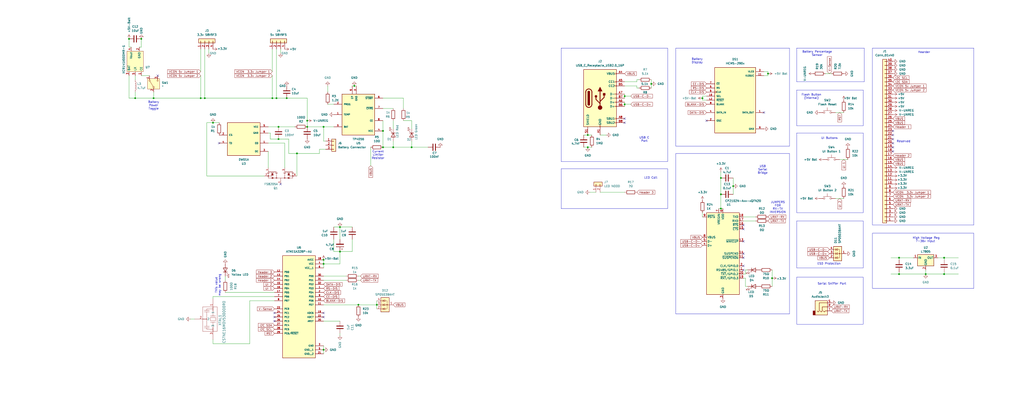
<source format=kicad_sch>
(kicad_sch (version 20231120) (generator "eeschema") (generator_version "8.0")
  (paper "User" 635 254)
  (junction (at 476.25 45.72))
  (junction (at 190.5 74.93))
  (junction (at 585.47 170.18))
  (junction (at 190.5 78.74))
  (junction (at 87.63 24.13))
  (junction (at 478.79 172.72))
  (junction (at 200.66 161.29))
  (junction (at 124.46 60.96))
  (junction (at 172.72 78.74))
  (junction (at 387.35 59.69))
  (junction (at 222.25 189.23))
  (junction (at 447.04 110.49))
  (junction (at 83.82 60.96))
  (junction (at 210.82 156.21))
  (junction (at 95.25 60.96))
  (junction (at 557.53 160.02))
  (junction (at 200.66 163.83))
  (junction (at 237.49 81.28))
  (junction (at 132.08 76.2))
  (junction (at 585.47 160.02))
  (junction (at 200.66 78.74))
  (junction (at 447.04 129.54))
  (junction (at 200.66 217.17))
  (junction (at 172.72 86.36))
  (junction (at 447.04 120.65))
  (junction (at 184.15 95.25))
  (junction (at 177.8 60.96))
  (junction (at 454.66 115.57))
  (junction (at 387.35 64.77))
  (junction (at 435.61 60.96))
  (junction (at 557.53 170.18))
  (junction (at 237.49 91.44))
  (junction (at 243.84 91.44))
  (junction (at 403.86 52.07))
  (junction (at 574.04 170.18))
  (junction (at 255.27 91.44))
  (junction (at 127 60.96))
  (junction (at 364.49 91.44))
  (junction (at 233.68 189.23))
  (junction (at 219.71 53.34))
  (junction (at 364.49 83.82))
  (junction (at 168.91 60.96))
  (junction (at 80.01 24.13))
  (junction (at 171.45 60.96))
  (junction (at 210.82 140.97))
  (no_connect (at 461.01 142.24))
  (no_connect (at 135.89 88.9))
  (no_connect (at 438.15 74.93))
  (no_connect (at 170.18 199.39))
  (no_connect (at 170.18 194.31))
  (no_connect (at 461.01 165.1))
  (no_connect (at 461.01 167.64))
  (no_connect (at 553.72 88.9))
  (no_connect (at 200.66 196.85))
  (no_connect (at 553.72 86.36))
  (no_connect (at 170.18 196.85))
  (no_connect (at 200.66 194.31))
  (no_connect (at 461.01 160.02))
  (no_connect (at 473.71 69.85))
  (no_connect (at 173.99 114.3))
  (no_connect (at 387.35 76.2))
  (no_connect (at 553.72 81.28))
  (no_connect (at 387.35 73.66))
  (no_connect (at 97.79 46.99))
  (no_connect (at 461.01 149.86))
  (no_connect (at 553.72 83.82))
  (no_connect (at 461.01 157.48))
  (no_connect (at 461.01 139.7))
  (no_connect (at 553.72 93.98))
  (no_connect (at 553.72 91.44))
  (wire (pts (xy 129.54 33.02) (xy 129.54 30.48)))
  (wire (pts (xy 132.08 184.15) (xy 170.18 184.15)))
  (wire (pts (xy 468.63 134.62) (xy 461.01 134.62)))
  (wire (pts (xy 203.2 64.77) (xy 207.01 64.77)))
  (wire (pts (xy 447.04 110.49) (xy 447.04 120.65)))
  (wire (pts (xy 172.72 78.74) (xy 182.88 78.74)))
  (wire (pts (xy 229.87 91.44) (xy 229.87 102.87)))
  (wire (pts (xy 447.04 129.54) (xy 448.31 129.54)))
  (wire (pts (xy 365.76 119.38) (xy 369.57 119.38)))
  (wire (pts (xy 128.27 76.2) (xy 128.27 109.22)))
  (wire (pts (xy 177.8 60.96) (xy 190.5 60.96)))
  (wire (pts (xy 394.97 50.8) (xy 387.35 50.8)))
  (wire (pts (xy 462.28 177.8) (xy 463.55 177.8)))
  (wire (pts (xy 447.04 106.68) (xy 447.04 110.49)))
  (wire (pts (xy 219.71 53.34) (xy 220.98 53.34)))
  (wire (pts (xy 210.82 140.97) (xy 207.01 140.97)))
  (wire (pts (xy 154.94 213.36) (xy 154.94 186.69)))
  (wire (pts (xy 361.95 91.44) (xy 364.49 91.44)))
  (wire (pts (xy 387.35 63.5) (xy 387.35 64.77)))
  (wire (pts (xy 171.45 30.48) (xy 171.45 60.96)))
  (wire (pts (xy 200.66 87.63) (xy 200.66 78.74)))
  (wire (pts (xy 200.66 78.74) (xy 207.01 78.74)))
  (wire (pts (xy 127 30.48) (xy 127 60.96)))
  (wire (pts (xy 473.71 46.99) (xy 476.25 46.99)))
  (wire (pts (xy 200.66 214.63) (xy 200.66 217.17)))
  (wire (pts (xy 83.82 57.15) (xy 83.82 60.96)))
  (wire (pts (xy 214.63 171.45) (xy 200.66 171.45)))
  (wire (pts (xy 124.46 46.99) (xy 124.46 60.96)))
  (wire (pts (xy 128.27 109.22) (xy 163.83 109.22)))
  (wire (pts (xy 435.61 59.69) (xy 438.15 59.69)))
  (wire (pts (xy 135.89 76.2) (xy 132.08 76.2)))
  (wire (pts (xy 478.79 167.64) (xy 478.79 172.72)))
  (wire (pts (xy 557.53 160.02) (xy 566.42 160.02)))
  (wire (pts (xy 203.2 53.34) (xy 203.2 57.15)))
  (wire (pts (xy 375.92 83.82) (xy 372.11 83.82)))
  (wire (pts (xy 394.97 53.34) (xy 387.35 53.34)))
  (wire (pts (xy 219.71 53.34) (xy 218.44 53.34)))
  (wire (pts (xy 167.64 82.55) (xy 167.64 86.36)))
  (wire (pts (xy 447.04 129.54) (xy 445.77 129.54)))
  (wire (pts (xy 476.25 44.45) (xy 476.25 45.72)))
  (wire (pts (xy 394.97 49.53) (xy 394.97 50.8)))
  (wire (pts (xy 557.53 161.29) (xy 557.53 160.02)))
  (wire (pts (xy 86.36 29.21) (xy 87.63 29.21)))
  (wire (pts (xy 132.08 213.36) (xy 154.94 213.36)))
  (wire (pts (xy 95.25 57.15) (xy 95.25 60.96)))
  (wire (pts (xy 190.5 78.74) (xy 200.66 78.74)))
  (wire (pts (xy 473.71 44.45) (xy 476.25 44.45)))
  (wire (pts (xy 387.35 64.77) (xy 387.35 66.04)))
  (wire (pts (xy 214.63 173.99) (xy 200.66 173.99)))
  (wire (pts (xy 124.46 30.48) (xy 124.46 44.45)))
  (wire (pts (xy 210.82 156.21) (xy 210.82 163.83)))
  (wire (pts (xy 255.27 74.93) (xy 250.19 74.93)))
  (wire (pts (xy 132.08 76.2) (xy 128.27 76.2)))
  (wire (pts (xy 172.72 78.74) (xy 166.37 78.74)))
  (wire (pts (xy 223.52 173.99) (xy 222.25 173.99)))
  (wire (pts (xy 435.61 62.23) (xy 438.15 62.23)))
  (wire (pts (xy 154.94 186.69) (xy 170.18 186.69)))
  (wire (pts (xy 223.52 171.45) (xy 222.25 171.45)))
  (wire (pts (xy 200.66 163.83) (xy 200.66 166.37)))
  (wire (pts (xy 166.37 88.9) (xy 176.53 88.9)))
  (wire (pts (xy 210.82 163.83) (xy 200.66 163.83)))
  (wire (pts (xy 435.61 59.69) (xy 435.61 60.96)))
  (wire (pts (xy 394.97 54.61) (xy 394.97 53.34)))
  (wire (pts (xy 396.24 49.53) (xy 394.97 49.53)))
  (wire (pts (xy 250.19 67.31) (xy 250.19 60.96)))
  (wire (pts (xy 233.68 186.69) (xy 233.68 189.23)))
  (wire (pts (xy 80.01 46.99) (xy 80.01 60.96)))
  (wire (pts (xy 80.01 24.13) (xy 80.01 29.21)))
  (wire (pts (xy 454.66 115.57) (xy 454.66 120.65)))
  (wire (pts (xy 139.7 171.45) (xy 139.7 173.99)))
  (wire (pts (xy 139.7 181.61) (xy 170.18 181.61)))
  (wire (pts (xy 255.27 74.93) (xy 255.27 80.01)))
  (wire (pts (xy 364.49 91.44) (xy 367.03 91.44)))
  (wire (pts (xy 124.46 60.96) (xy 127 60.96)))
  (wire (pts (xy 200.66 217.17) (xy 200.66 219.71)))
  (wire (pts (xy 210.82 207.01) (xy 210.82 208.28)))
  (wire (pts (xy 403.86 52.07) (xy 403.86 54.61)))
  (wire (pts (xy 233.68 189.23) (xy 233.68 191.77)))
  (wire (pts (xy 201.93 92.71) (xy 198.12 92.71)))
  (wire (pts (xy 81.28 29.21) (xy 80.01 29.21)))
  (wire (pts (xy 581.66 160.02) (xy 585.47 160.02)))
  (wire (pts (xy 387.35 64.77) (xy 391.16 64.77)))
  (wire (pts (xy 207.01 156.21) (xy 210.82 156.21)))
  (wire (pts (xy 518.16 69.85) (xy 523.24 69.85)))
  (wire (pts (xy 574.04 170.18) (xy 585.47 170.18)))
  (wire (pts (xy 468.63 137.16) (xy 461.01 137.16)))
  (wire (pts (xy 207.01 148.59) (xy 207.01 156.21)))
  (wire (pts (xy 218.44 148.59) (xy 218.44 156.21)))
  (wire (pts (xy 520.7 99.06) (xy 525.78 99.06)))
  (wire (pts (xy 372.11 119.38) (xy 387.35 119.38)))
  (wire (pts (xy 461.01 170.18) (xy 462.28 170.18)))
  (wire (pts (xy 396.24 54.61) (xy 394.97 54.61)))
  (wire (pts (xy 176.53 88.9) (xy 176.53 104.14)))
  (wire (pts (xy 243.84 91.44) (xy 255.27 91.44)))
  (wire (pts (xy 179.07 95.25) (xy 179.07 86.36)))
  (wire (pts (xy 447.04 120.65) (xy 447.04 129.54)))
  (wire (pts (xy 435.61 60.96) (xy 435.61 62.23)))
  (wire (pts (xy 462.28 177.8) (xy 462.28 172.72)))
  (wire (pts (xy 435.61 132.08) (xy 435.61 134.62)))
  (wire (pts (xy 198.12 95.25) (xy 184.15 95.25)))
  (wire (pts (xy 218.44 140.97) (xy 210.82 140.97)))
  (wire (pts (xy 255.27 87.63) (xy 255.27 91.44)))
  (wire (pts (xy 364.49 83.82) (xy 367.03 83.82)))
  (wire (pts (xy 87.63 24.13) (xy 87.63 29.21)))
  (wire (pts (xy 387.35 59.69) (xy 391.16 59.69)))
  (wire (pts (xy 184.15 109.22) (xy 184.15 95.25)))
  (wire (pts (xy 127 60.96) (xy 168.91 60.96)))
  (wire (pts (xy 184.15 95.25) (xy 179.07 95.25)))
  (wire (pts (xy 255.27 91.44) (xy 265.43 91.44)))
  (wire (pts (xy 361.95 83.82) (xy 364.49 83.82)))
  (wire (pts (xy 585.47 160.02) (xy 594.36 160.02)))
  (wire (pts (xy 198.12 92.71) (xy 198.12 95.25)))
  (wire (pts (xy 132.08 210.82) (xy 132.08 213.36)))
  (wire (pts (xy 168.91 60.96) (xy 171.45 60.96)))
  (wire (pts (xy 222.25 189.23) (xy 233.68 189.23)))
  (wire (pts (xy 132.08 184.15) (xy 132.08 185.42)))
  (wire (pts (xy 171.45 60.96) (xy 177.8 60.96)))
  (wire (pts (xy 200.66 161.29) (xy 200.66 163.83)))
  (wire (pts (xy 83.82 60.96) (xy 95.25 60.96)))
  (wire (pts (xy 557.53 170.18) (xy 574.04 170.18)))
  (wire (pts (xy 218.44 156.21) (xy 210.82 156.21)))
  (wire (pts (xy 518.16 123.19) (xy 523.24 123.19)))
  (wire (pts (xy 585.47 168.91) (xy 585.47 170.18)))
  (wire (pts (xy 210.82 199.39) (xy 200.66 199.39)))
  (wire (pts (xy 585.47 161.29) (xy 585.47 160.02)))
  (wire (pts (xy 243.84 91.44) (xy 243.84 87.63)))
  (wire (pts (xy 172.72 86.36) (xy 179.07 86.36)))
  (wire (pts (xy 511.81 45.72) (xy 515.62 45.72)))
  (wire (pts (xy 210.82 148.59) (xy 210.82 140.97)))
  (wire (pts (xy 403.86 49.53) (xy 403.86 52.07)))
  (wire (pts (xy 83.82 46.99) (xy 83.82 49.53)))
  (wire (pts (xy 462.28 172.72) (xy 461.01 172.72)))
  (wire (pts (xy 166.37 104.14) (xy 166.37 93.98)))
  (wire (pts (xy 237.49 81.28) (xy 237.49 74.93)))
  (wire (pts (xy 476.25 45.72) (xy 476.25 46.99)))
  (wire (pts (xy 173.99 33.02) (xy 173.99 30.48)))
  (wire (pts (xy 120.65 198.12) (xy 118.11 198.12)))
  (wire (pts (xy 166.37 82.55) (xy 167.64 82.55)))
  (wire (pts (xy 243.84 91.44) (xy 237.49 91.44)))
  (wire (pts (xy 478.79 172.72) (xy 478.79 177.8)))
  (wire (pts (xy 172.72 86.36) (xy 167.64 86.36)))
  (wire (pts (xy 95.25 60.96) (xy 124.46 60.96)))
  (wire (pts (xy 190.5 60.96) (xy 190.5 74.93)))
  (wire (pts (xy 552.45 160.02) (xy 557.53 160.02)))
  (wire (pts (xy 585.47 170.18) (xy 594.36 170.18)))
  (wire (pts (xy 87.63 46.99) (xy 92.71 46.99)))
  (wire (pts (xy 387.35 59.69) (xy 387.35 60.96)))
  (wire (pts (xy 462.28 170.18) (xy 462.28 167.64)))
  (wire (pts (xy 462.28 167.64) (xy 463.55 167.64)))
  (wire (pts (xy 190.5 74.93) (xy 190.5 78.74)))
  (wire (pts (xy 243.84 80.01) (xy 243.84 74.93)))
  (wire (pts (xy 552.45 170.18) (xy 557.53 170.18)))
  (wire (pts (xy 237.49 91.44) (xy 237.49 81.28)))
  (wire (pts (xy 168.91 46.99) (xy 168.91 60.96)))
  (wire (pts (xy 454.66 110.49) (xy 454.66 115.57)))
  (wire (pts (xy 200.66 189.23) (xy 222.25 189.23)))
  (wire (pts (xy 387.35 58.42) (xy 387.35 59.69)))
  (wire (pts (xy 574.04 167.64) (xy 574.04 170.18)))
  (wire (pts (xy 168.91 30.48) (xy 168.91 44.45)))
  (wire (pts (xy 200.66 87.63) (xy 201.93 87.63)))
  (wire (pts (xy 80.01 60.96) (xy 83.82 60.96)))
  (wire (pts (xy 250.19 60.96) (xy 237.49 60.96)))
  (wire (pts (xy 243.84 67.31) (xy 237.49 67.31)))
  (wire (pts (xy 557.53 168.91) (xy 557.53 170.18)))
  (rectangle (start 347.98 29.845) (end 414.02 100.33))
  (rectangle (start 494.03 29.845) (end 535.94 50.8))
  (rectangle (start 494.03 82.55) (end 535.305 132.08))
  (rectangle (start 494.03 172.085) (end 535.305 201.295))
  (rectangle (start 419.1 95.25) (end 489.585 194.945))
  (rectangle (start 494.03 55.88) (end 535.305 78.105))
  (rectangle (start 419.1 29.845) (end 489.585 90.805))
  (rectangle (start 541.02 144.78) (end 603.885 179.07))
  (rectangle (start 541.02 29.845) (end 603.885 139.7))
  (rectangle (start 494.03 137.16) (end 535.305 166.37))
  (rectangle (start 347.98 104.775) (end 414.02 129.54))
  (text "Flash Button\n(internal)" (at 503.174 59.944 0) (effects (font (size 1.27 1.27))))
  (text "Reserved\n" (at 560.324 87.884 0) (effects (font (size 1.27 1.27))))
  (text "This value\nmay be wrong\n" (at 135.128 177.038 90) (effects (font (size 1.27 1.27))))
  (text "Serial Sniffer Port" (at 515.874 176.276 0) (effects (font (size 1.27 1.27))))
  (text "Battery\nDisplay" (at 432.308 37.846 0) (effects (font (size 1.27 1.27))))
  (text "High Voltage Reg\n7-36v Input " (at 574.294 148.844 0) (effects (font (size 1.27 1.27))))
  (text "UI Buttons" (at 514.35 85.852 0) (effects (font (size 1.27 1.27))))
  (text "ESD Protection" (at 514.096 163.83 0) (effects (font (size 1.27 1.27))))
  (text "Current\nLimiter\nResistor" (at 234.442 96.266 0) (effects (font (size 1.27 1.27))))
  (text "LED Coil" (at 403.606 110.49 0) (effects (font (size 1.27 1.27))))
  (text "Battery\nPower\nToggle" (at 95.25 65.532 0) (effects (font (size 1.27 1.27))))
  (text "USB\nSerial\nBridge" (at 472.948 105.41 0) (effects (font (size 1.27 1.27))))
  (text "USB C\nPort" (at 399.542 86.614 0) (effects (font (size 1.27 1.27))))
  (text "Battery Percentage\nSensor" (at 506.73 33.274 0) (effects (font (size 1.27 1.27))))
  (text "Hearder\n" (at 573.024 32.512 0) (effects (font (size 1.27 1.27))))
  (text "JUMPERS\nFOR\nRX-TX\nINVERSION" (at 482.346 128.778 0) (effects (font (size 1.27 1.27))))
  (global_label "CLK-DIS" (shape input) (at 438.15 57.15 180) (property "Intersheetrefs" "${INTERSHEET_REFS}" (effects (hide yes))))
  (global_label "URAT-TX" (shape input) (at 553.72 127 0) (property "Intersheetrefs" "${INTERSHEET_REFS}" (effects (hide yes))))
  (global_label "UI 1" (shape input) (at 170.18 179.07 180) (property "Intersheetrefs" "${INTERSHEET_REFS}" (effects (hide yes))))
  (global_label "Header 3" (shape input) (at 394.97 119.38 0) (property "Intersheetrefs" "${INTERSHEET_REFS}" (effects (hide yes))))
  (global_label "VBUS" (shape input) (at 435.61 147.32 180) (property "Intersheetrefs" "${INTERSHEET_REFS}" (effects (hide yes))))
  (global_label "URAT-RX" (shape input) (at 515.62 190.5 0) (property "Intersheetrefs" "${INTERSHEET_REFS}" (effects (hide yes))))
  (global_label "Header 2" (shape input) (at 553.72 96.52 0) (property "Intersheetrefs" "${INTERSHEET_REFS}" (effects (hide yes))))
  (global_label "USB-C-D-" (shape input) (at 514.35 154.94 180) (property "Intersheetrefs" "${INTERSHEET_REFS}" (effects (hide yes))))
  (global_label "VCON 5v Jumper 2" (shape input) (at 553.72 55.88 0) (property "Intersheetrefs" "${INTERSHEET_REFS}" (effects (hide yes))))
  (global_label "USB-C-D-" (shape input) (at 435.61 149.86 180) (property "Intersheetrefs" "${INTERSHEET_REFS}" (effects (hide yes))))
  (global_label "URAT-RX" (shape input) (at 553.72 124.46 0) (property "Intersheetrefs" "${INTERSHEET_REFS}" (effects (hide yes))))
  (global_label "RS-DIS" (shape input) (at 438.15 54.61 180) (property "Intersheetrefs" "${INTERSHEET_REFS}" (effects (hide yes))))
  (global_label "BLANK-DIS" (shape input) (at 438.15 64.77 180) (property "Intersheetrefs" "${INTERSHEET_REFS}" (effects (hide yes))))
  (global_label "RST" (shape input) (at 520.7 69.85 270) (property "Intersheetrefs" "${INTERSHEET_REFS}" (effects (hide yes))))
  (global_label "V-Sense" (shape input) (at 170.18 191.77 180) (property "Intersheetrefs" "${INTERSHEET_REFS}" (effects (hide yes))))
  (global_label "I2C SDA" (shape input) (at 553.72 50.8 0) (property "Intersheetrefs" "${INTERSHEET_REFS}" (effects (hide yes))))
  (global_label "URAT-RX" (shape input) (at 223.52 171.45 0) (property "Intersheetrefs" "${INTERSHEET_REFS}" (effects (hide yes))))
  (global_label "VBUS" (shape input) (at 553.72 76.2 0) (property "Intersheetrefs" "${INTERSHEET_REFS}" (effects (hide yes))))
  (global_label "CE-DIS" (shape input) (at 438.15 52.07 180) (property "Intersheetrefs" "${INTERSHEET_REFS}" (effects (hide yes))))
  (global_label "USB-C-D+" (shape input) (at 514.35 157.48 180) (property "Intersheetrefs" "${INTERSHEET_REFS}" (effects (hide yes))))
  (global_label "USB-C-D+" (shape input) (at 435.61 152.4 180) (property "Intersheetrefs" "${INTERSHEET_REFS}" (effects (hide yes))))
  (global_label "I2C SCL" (shape input) (at 553.72 48.26 0) (property "Intersheetrefs" "${INTERSHEET_REFS}" (effects (hide yes))))
  (global_label "VCON  3.3v Jumper 1" (shape input) (at 168.91 44.45 180) (property "Intersheetrefs" "${INTERSHEET_REFS}" (effects (hide yes))))
  (global_label "VBUS" (shape input) (at 387.35 45.72 0) (property "Intersheetrefs" "${INTERSHEET_REFS}" (effects (hide yes))))
  (global_label "Header 1" (shape input) (at 553.72 78.74 0) (property "Intersheetrefs" "${INTERSHEET_REFS}" (effects (hide yes))))
  (global_label "VCON  3.3v Jumper 1" (shape input) (at 553.72 119.38 0) (property "Intersheetrefs" "${INTERSHEET_REFS}" (effects (hide yes))))
  (global_label "RST" (shape input) (at 170.18 207.01 180) (property "Intersheetrefs" "${INTERSHEET_REFS}" (effects (hide yes))))
  (global_label "VCON  3.3v Jumper 2" (shape input) (at 553.72 121.92 0) (property "Intersheetrefs" "${INTERSHEET_REFS}" (effects (hide yes))))
  (global_label "VBUS" (shape input) (at 553.72 99.06 0) (property "Intersheetrefs" "${INTERSHEET_REFS}" (effects (hide yes))))
  (global_label "I2C SDA" (shape input) (at 170.18 201.93 180) (property "Intersheetrefs" "${INTERSHEET_REFS}" (effects (hide yes))))
  (global_label "CLK-DIS" (shape input) (at 200.66 181.61 0) (property "Intersheetrefs" "${INTERSHEET_REFS}" (effects (hide yes))))
  (global_label "RS-DIS" (shape input) (at 200.66 179.07 0) (property "Intersheetrefs" "${INTERSHEET_REFS}" (effects (hide yes))))
  (global_label "UI 1" (shape input) (at 523.24 99.06 270) (property "Intersheetrefs" "${INTERSHEET_REFS}" (effects (hide yes))))
  (global_label "USB-C-D+" (shape input) (at 391.16 64.77 0) (property "Intersheetrefs" "${INTERSHEET_REFS}" (effects (hide yes))))
  (global_label "DATA-DIS" (shape input) (at 438.15 69.85 180) (property "Intersheetrefs" "${INTERSHEET_REFS}" (effects (hide yes))))
  (global_label "CE-DIS" (shape input) (at 200.66 184.15 0) (property "Intersheetrefs" "${INTERSHEET_REFS}" (effects (hide yes))))
  (global_label "URAT-TX" (shape input) (at 476.25 137.16 0) (property "Intersheetrefs" "${INTERSHEET_REFS}" (effects (hide yes))))
  (global_label "URAT-TX" (shape input) (at 515.62 193.04 0) (property "Intersheetrefs" "${INTERSHEET_REFS}" (effects (hide yes))))
  (global_label "BLANK-DIS" (shape input) (at 200.66 186.69 0) (property "Intersheetrefs" "${INTERSHEET_REFS}" (effects (hide yes))))
  (global_label "URAT-RX" (shape input) (at 476.25 134.62 0) (property "Intersheetrefs" "${INTERSHEET_REFS}" (effects (hide yes))))
  (global_label "UI 2" (shape input) (at 520.7 123.19 270) (property "Intersheetrefs" "${INTERSHEET_REFS}" (effects (hide yes))))
  (global_label "I2C SCL" (shape input) (at 170.18 204.47 180) (property "Intersheetrefs" "${INTERSHEET_REFS}" (effects (hide yes))))
  (global_label "VCON  3.3v Jumper 2" (shape input) (at 168.91 46.99 180) (property "Intersheetrefs" "${INTERSHEET_REFS}" (effects (hide yes))))
  (global_label "UI 2" (shape input) (at 170.18 176.53 180) (property "Intersheetrefs" "${INTERSHEET_REFS}" (effects (hide yes))))
  (global_label "URAT-TX" (shape input) (at 223.52 173.99 0) (property "Intersheetrefs" "${INTERSHEET_REFS}" (effects (hide yes))))
  (global_label "VCON 5v Jumper 2" (shape input) (at 124.46 46.99 180) (property "Intersheetrefs" "${INTERSHEET_REFS}" (effects (hide yes))))
  (global_label "USB-C-D-" (shape input) (at 391.16 59.69 0) (property "Intersheetrefs" "${INTERSHEET_REFS}" (effects (hide yes))))
  (global_label "VBUS" (shape input) (at 553.72 101.6 0) (property "Intersheetrefs" "${INTERSHEET_REFS}" (effects (hide yes))))
  (global_label "Header 3" (shape input) (at 170.18 168.91 180) (property "Intersheetrefs" "${INTERSHEET_REFS}" (effects (hide yes))))
  (global_label "VBUS" (shape input) (at 243.84 189.23 0) (property "Intersheetrefs" "${INTERSHEET_REFS}" (effects (hide yes))))
  (global_label "VBUS" (shape input) (at 229.87 102.87 270) (property "Intersheetrefs" "${INTERSHEET_REFS}" (effects (hide yes))))
  (global_label "VCON 5v Jumper 1" (shape input) (at 124.46 44.45 180) (property "Intersheetrefs" "${INTERSHEET_REFS}" (effects (hide yes))))
  (global_label "V-Sense" (shape input) (at 514.35 45.72 90) (property "Intersheetrefs" "${INTERSHEET_REFS}" (effects (hide yes))))
  (global_label "DATA-DIS" (shape input) (at 200.66 176.53 0) (property "Intersheetrefs" "${INTERSHEET_REFS}" (effects (hide yes))))
  (global_label "VBUS" (shape input) (at 514.35 160.02 180) (property "Intersheetrefs" "${INTERSHEET_REFS}" (effects (hide yes))))
  (global_label "VCON 5v Jumper 1" (shape input) (at 553.72 53.34 0) (property "Intersheetrefs" "${INTERSHEET_REFS}" (effects (hide yes))))
  (global_label "Header 2" (shape input) (at 170.18 171.45 180) (property "Intersheetrefs" "${INTERSHEET_REFS}" (effects (hide yes))))
  (global_label "Header 1" (shape input) (at 170.18 173.99 180) (property "Intersheetrefs" "${INTERSHEET_REFS}" (effects (hide yes))))
  (global_label "VBUS" (shape input) (at 553.72 73.66 0) (property "Intersheetrefs" "${INTERSHEET_REFS}" (effects (hide yes))))
  (symbol (lib_id "power:GND") (at 132.08 76.2 180) (unit 1)
    (property "Reference" "#PWR02" (effects (hide yes)))
    (property "Value" "GND" (at 132.08 71.12 0))
    (property "Description" "Power symbol creates a global label with name \"GND\" , ground" (effects (hide yes)))
  )
  (symbol (lib_id "Connector_Generic:Conn_01x03") (at 207.01 90.17 0) (unit 1)
    (property "Reference" "J6" (at 209.55 88.8999 0) (effects (justify left)))
    (property "Value" "Battery Connector" (at 209.55 91.4399 0) (effects (justify left)))
    (property "Footprint" "Connector_PinSocket_2.54mm:PinSocket_1x03_P2.54mm_Horizontal" (effects (hide yes)))
    (property "Description" "Generic connector, single row, 01x03, script generated (kicad-library-utils/schlib/autogen/connector/)" (effects (hide yes)))
  )
  (symbol (lib_id "Connector_Generic:Conn_01x40") (at 548.64 88.9 180) (unit 1)
    (property "Reference" "J1" (at 548.64 31.75 0))
    (property "Value" "Conn_01x40" (at 548.64 34.29 0))
    (property "Footprint" "Connector_PCBEdge:Samtec_MECF-20-0_-NP-L-DV_2x20_P1.27mm_Edge" (effects (hide yes)))
    (property "Description" "Generic connector, single row, 01x40, script generated (kicad-library-utils/schlib/autogen/connector/)" (effects (hide yes)))
  )
  (symbol (lib_id "Device:C") (at 450.85 120.65 90) (unit 1)
    (property "Reference" "C13" (at 450.85 114.3 90))
    (property "Value" "0.1uf" (at 450.85 116.84 90))
    (property "Footprint" "Capacitor_SMD:C_0603_1608Metric" (effects (hide yes)))
    (property "Description" "Unpolarized capacitor" (effects (hide yes)))
  )
  (symbol (lib_id "Custom Symbols:ATMEGA328P-AU") (at 185.42 186.69 0) (unit 1)
    (property "Reference" "U6" (at 185.42 153.67 0))
    (property "Value" "ATMEGA328P-AU" (at 185.42 156.21 0))
    (property "Footprint" "Package_QFP:TQFP-32_7x7mm_P0.8mm" (effects (hide yes)))
    (property "MF" "Microchip" (effects (hide yes)))
    (property "MAXIMUM_PACKAGE_HEIGHT" "1.20mm" (effects (hide yes)))
    (property "Package" "TQFP-32 Microchip" (effects (hide yes)))
    (property "Price" "None" (effects (hide yes)))
    (property "Check_prices" "https://www.snapeda.com/parts/ATMEGA328P-AU/Microchip/view-part/?ref=eda" (effects (hide yes)))
    (property "STANDARD" "IPC-7351B" (effects (hide yes)))
    (property "PARTREV" "8271A" (effects (hide yes)))
    (property "SnapEDA_Link" "https://www.snapeda.com/parts/ATMEGA328P-AU/Microchip/view-part/?ref=snap" (effects (hide yes)))
    (property "MP" "ATMEGA328P-AU" (effects (hide yes)))
    (property "Description_1" "\nAVR AVR® ATmega Microcontroller IC 8-Bit 20MHz 32KB (16K x 16) FLASH 32-TQFP (7x7)\n" (effects (hide yes)))
    (property "Availability" "In Stock" (effects (hide yes)))
    (property "MANUFACTURER" "Microchip" (effects (hide yes)))
  )
  (symbol (lib_id "power:GND") (at 375.92 83.82 90) (unit 1)
    (property "Reference" "#PWR016" (effects (hide yes)))
    (property "Value" "GND" (at 379.73 83.8199 90) (effects (justify right)))
    (property "Description" "Power symbol creates a global label with name \"GND\" , ground" (effects (hide yes)))
  )
  (symbol (lib_id "power:GND") (at 207.01 71.12 270) (unit 1)
    (property "Reference" "#PWR014" (effects (hide yes)))
    (property "Value" "GND" (at 203.2 71.1201 90) (effects (justify right)))
    (property "Description" "Power symbol creates a global label with name \"GND\" , ground" (effects (hide yes)))
  )
  (symbol (lib_id "power:+5V") (at 510.54 99.06 90) (unit 1)
    (property "Reference" "#PWR042" (effects (hide yes)))
    (property "Value" "+5V Bat" (at 506.73 99.0599 90) (effects (justify left)))
    (property "Description" "Power symbol creates a global label with name \"+5V\"" (effects (hide yes)))
  )
  (symbol (lib_id "power:GND") (at 454.66 115.57 90) (unit 1)
    (property "Reference" "#PWR045" (effects (hide yes)))
    (property "Value" "GND" (at 458.47 115.5699 90) (effects (justify right)))
    (property "Description" "Power symbol creates a global label with name \"GND\" , ground" (effects (hide yes)))
  )
  (symbol (lib_id "Device:R") (at 519.43 45.72 90) (unit 1)
    (property "Reference" "R20" (at 518.1599 43.18 0) (effects (justify left)))
    (property "Value" "7.5k" (at 520.6999 43.18 0) (effects (justify left)))
    (property "Footprint" "Resistor_SMD:R_0603_1608Metric_Pad0.98x0.95mm_HandSolder" (effects (hide yes)))
    (property "Description" "Resistor" (effects (hide yes)))
  )
  (symbol (lib_id "power:+3.3V") (at 447.04 106.68 0) (unit 1)
    (property "Reference" "#PWR010" (effects (hide yes)))
    (property "Value" "+3.3V" (at 447.04 101.6 0))
    (property "Description" "Power symbol creates a global label with name \"+3.3V\"" (effects (hide yes)))
  )
  (symbol (lib_id "Custom Symbols:FS8205A") (at 173.99 109.22 270) (unit 1)
    (property "Reference" "Q1" (at 172.3389 116.84 90) (effects (justify right)))
    (property "Value" "FS8205A" (at 172.3389 114.3 90) (effects (justify right)))
    (property "Footprint" "Package_TO_SOT_SMD:SOT-23-6_Handsoldering" (effects (hide yes)))
    (property "MF" "Fortune Semiconductor" (effects (hide yes)))
    (property "MAXIMUM_PACKAGE_HEIGHT" "1.2mm" (effects (hide yes)))
    (property "Package" "Package" (effects (hide yes)))
    (property "Price" "None" (effects (hide yes)))
    (property "Check_prices" "https://www.snapeda.com/parts/FS8205A/Fortune+Semiconductor/view-part/?ref=eda" (effects (hide yes)))
    (property "STANDARD" "IPC 7351B" (effects (hide yes)))
    (property "PARTREV" "1.7" (effects (hide yes)))
    (property "SnapEDA_Link" "https://www.snapeda.com/parts/FS8205A/Fortune+Semiconductor/view-part/?ref=snap" (effects (hide yes)))
    (property "MP" "FS8205A" (effects (hide yes)))
    (property "Description_1" "\n" (effects (hide yes)))
    (property "Availability" "In Stock" (effects (hide yes)))
    (property "MANUFACTURER" "Fortune Semiconductor" (effects (hide yes)))
  )
  (symbol (lib_id "Device:R") (at 233.68 91.44 270) (unit 1)
    (property "Reference" "R5" (at 233.68 85.09 90))
    (property "Value" "10Ω" (at 233.68 87.63 90))
    (property "Footprint" "Resistor_SMD:R_0603_1608Metric" (effects (hide yes)))
    (property "Description" "Resistor" (effects (hide yes)))
  )
  (symbol (lib_id "power:GND") (at 177.8 53.34 180) (unit 1)
    (property "Reference" "#PWR08" (effects (hide yes)))
    (property "Value" "GND" (at 175.26 53.34 0))
    (property "Description" "Power symbol creates a global label with name \"GND\" , ground" (effects (hide yes)))
  )
  (symbol (lib_id "power:+3.3V") (at 478.79 172.72 270) (unit 1)
    (property "Reference" "#PWR021" (effects (hide yes)))
    (property "Value" "+3.3V" (at 481.584 172.974 90) (effects (justify left)))
    (property "Description" "Power symbol creates a global label with name \"+3.3V\"" (effects (hide yes)))
  )
  (symbol (lib_id "Device:R") (at 400.05 54.61 90) (unit 1)
    (property "Reference" "R8" (at 400.05 57.404 90))
    (property "Value" "5.1k" (at 399.796 52.07 90))
    (property "Footprint" "Resistor_SMD:R_0603_1608Metric" (effects (hide yes)))
    (property "Description" "Resistor" (effects (hide yes)))
  )
  (symbol (lib_id "power:GND") (at 139.7 163.83 180) (unit 1)
    (property "Reference" "#PWR09" (effects (hide yes)))
    (property "Value" "GND" (at 139.7001 160.02 90) (effects (justify right)))
    (property "Description" "Power symbol creates a global label with name \"GND\" , ground" (effects (hide yes)))
  )
  (symbol (lib_id "Device:LED") (at 255.27 83.82 270) (unit 1)
    (property "Reference" "D2" (at 255.016 86.614 90) (effects (justify right)))
    (property "Value" "LED Green" (at 258.064 86.868 0) (effects (justify right)))
    (property "Footprint" "LED_SMD:LED_0603_1608Metric" (effects (hide yes)))
    (property "Description" "Light emitting diode" (effects (hide yes)))
  )
  (symbol (lib_id "power:GND") (at 219.71 53.34 180) (unit 1)
    (property "Reference" "#PWR017" (effects (hide yes)))
    (property "Value" "GND" (at 219.71 48.26 0))
    (property "Description" "Power symbol creates a global label with name \"GND\" , ground" (effects (hide yes)))
  )
  (symbol (lib_id "power:GND") (at 515.62 187.96 90) (unit 1)
    (property "Reference" "#PWR039" (effects (hide yes)))
    (property "Value" "GND" (at 519.43 187.9599 90) (effects (justify right)))
    (property "Description" "Power symbol creates a global label with name \"GND\" , ground" (effects (hide yes)))
  )
  (symbol (lib_id "power:GND") (at 553.72 129.54 90) (unit 1)
    (property "Reference" "#PWR047" (effects (hide yes)))
    (property "Value" "GND" (at 557.53 129.5399 90) (effects (justify right)))
    (property "Description" "Power symbol creates a global label with name \"GND\" , ground" (effects (hide yes)))
  )
  (symbol (lib_id "Device:LED") (at 467.36 167.64 0) (unit 1)
    (property "Reference" "D4" (at 466.09 173.99 0))
    (property "Value" "LED" (at 466.09 171.45 0))
    (property "Footprint" "LED_SMD:LED_0603_1608Metric" (effects (hide yes)))
    (property "Description" "Light emitting diode" (effects (hide yes)))
  )
  (symbol (lib_id "Device:LED") (at 139.7 167.64 90) (unit 1)
    (property "Reference" "D6" (at 143.51 167.9574 90) (effects (justify right)))
    (property "Value" "Yellow LED" (at 143.51 170.4974 90) (effects (justify right)))
    (property "Footprint" "LED_SMD:LED_0805_2012Metric" (effects (hide yes)))
    (property "Description" "Light emitting diode" (effects (hide yes)))
  )
  (symbol (lib_id "Device:R") (at 250.19 71.12 180) (unit 1)
    (property "Reference" "R9" (at 254.254 72.644 0) (effects (justify left)))
    (property "Value" "1k" (at 254.254 70.104 0) (effects (justify left)))
    (property "Footprint" "Resistor_SMD:R_0603_1608Metric" (effects (hide yes)))
    (property "Description" "Resistor" (effects (hide yes)))
  )
  (symbol (lib_id "power:GND") (at 403.86 52.07 90) (unit 1)
    (property "Reference" "#PWR018" (effects (hide yes)))
    (property "Value" "GND" (at 407.67 52.0699 90) (effects (justify right)))
    (property "Description" "Power symbol creates a global label with name \"GND\" , ground" (effects (hide yes)))
  )
  (symbol (lib_id "power:+5V") (at 508 123.19 90) (unit 1)
    (property "Reference" "#PWR040" (effects (hide yes)))
    (property "Value" "+5V Bat" (at 504.19 123.1899 90) (effects (justify left)))
    (property "Description" "Power symbol creates a global label with name \"+5V\"" (effects (hide yes)))
  )
  (symbol (lib_id "Device:R") (at 400.05 49.53 90) (unit 1)
    (property "Reference" "R7" (at 400.05 43.18 90))
    (property "Value" "5.1k" (at 400.05 45.72 90))
    (property "Footprint" "Resistor_SMD:R_0603_1608Metric" (effects (hide yes)))
    (property "Description" "Resistor" (effects (hide yes)))
  )
  (symbol (lib_id "power:VBUS") (at 504.19 45.72 90) (unit 1)
    (property "Reference" "#PWR028" (effects (hide yes)))
    (property "Value" "V-UNREG" (at 499.11 45.72 0))
    (property "Description" "Power symbol creates a global label with name \"VBUS\"" (effects (hide yes)))
  )
  (symbol (lib_id "power:GND") (at 222.25 196.85 0) (unit 1)
    (property "Reference" "#PWR04" (effects (hide yes)))
    (property "Value" "GND" (at 222.25 201.93 0))
    (property "Description" "Power symbol creates a global label with name \"GND\" , ground" (effects (hide yes)))
  )
  (symbol (lib_id "power:GND") (at 118.11 198.12 270) (unit 1)
    (property "Reference" "#PWR044" (effects (hide yes)))
    (property "Value" "GND" (at 114.3 198.1199 90) (effects (justify right)))
    (property "Description" "Power symbol creates a global label with name \"GND\" , ground" (effects (hide yes)))
  )
  (symbol (lib_id "power:GND") (at 553.72 40.64 90) (unit 1)
    (property "Reference" "#PWR07" (effects (hide yes)))
    (property "Value" "GND" (at 557.53 40.6399 90) (effects (justify right)))
    (property "Description" "Power symbol creates a global label with name \"GND\" , ground" (effects (hide yes)))
  )
  (symbol (lib_id "Custom Symbols:DW01A") (at 151.13 86.36 0) (unit 1)
    (property "Reference" "U3" (at 151.13 101.6 0))
    (property "Value" "DW01A" (at 151.13 99.06 0))
    (property "Footprint" "Package_TO_SOT_SMD:SOT-23-6_Handsoldering" (effects (hide yes)))
    (property "MF" "Fortune Semiconductor" (effects (hide yes)))
    (property "SNAPEDA_PACKAGE_ID" "103849" (effects (hide yes)))
    (property "Package" "SOT-23-6 Fortune Semiconductor" (effects (hide yes)))
    (property "Price" "None" (effects (hide yes)))
    (property "Check_prices" "https://www.snapeda.com/parts/DW01A/Fortune+Semiconductor/view-part/?ref=eda" (effects (hide yes)))
    (property "STANDARD" "IPC 7351B" (effects (hide yes)))
    (property "PARTREV" "1.8" (effects (hide yes)))
    (property "SnapEDA_Link" "https://www.snapeda.com/parts/DW01A/Fortune+Semiconductor/view-part/?ref=snap" (effects (hide yes)))
    (property "MP" "DW01A" (effects (hide yes)))
    (property "Description_1" "\nOne Cell Lithium-ion/Polymer Battery Protection IC\n" (effects (hide yes)))
    (property "MANUFACTURER" "Fortune Semiconductor" (effects (hide yes)))
    (property "Availability" "Not in stock" (effects (hide yes)))
    (property "MAXIMUM_PACKAGE_HEIGHT" "1.45mm" (effects (hide yes)))
  )
  (symbol (lib_id "Device:R") (at 472.44 134.62 90) (unit 1)
    (property "Reference" "R12" (at 472.44 129.54 90))
    (property "Value" "0Ω" (at 472.44 132.08 90))
    (property "Footprint" "Resistor_SMD:R_0603_1608Metric" (effects (hide yes)))
    (property "Description" "Resistor" (effects (hide yes)))
  )
  (symbol (lib_id "power:VBUS") (at 553.72 71.12 270) (unit 1)
    (property "Reference" "#PWR062" (effects (hide yes)))
    (property "Value" "V-UNREG" (at 557.53 71.1199 90) (effects (justify left)))
    (property "Description" "Power symbol creates a global label with name \"VBUS\"" (effects (hide yes)))
  )
  (symbol (lib_id "Switch:SW_Push") (at 515.62 99.06 0) (unit 1)
    (property "Reference" "SW4" (at 515.62 91.44 0))
    (property "Value" "UI Button 1" (at 515.62 93.98 0))
    (property "Footprint" "Custom Footprints:Vertical Push Button 6_6" (effects (hide yes)))
    (property "Description" "Push button switch, generic, two pins" (effects (hide yes)))
  )
  (symbol (lib_id "Regulator_Linear:L7805") (at 574.04 160.02 0) (unit 1)
    (property "Reference" "U2" (at 574.04 153.67 0))
    (property "Value" "L7805" (at 574.04 156.21 0))
    (property "Footprint" "Package_TO_SOT_THT:TO-220-3_Horizontal_TabDown" (effects (hide yes)))
    (property "Datasheet" "http://www.st.com/content/ccc/resource/technical/document/datasheet/41/4f/b3/b0/12/d4/47/88/CD00000444.pdf/files/CD00000444.pdf/jcr:content/translations/en.CD00000444.pdf" (effects (hide yes)))
    (property "Description" "Positive 1.5A 35V Linear Regulator, Fixed Output 5V, TO-220/TO-263/TO-252" (effects (hide yes)))
  )
  (symbol (lib_id "power:GND") (at 473.71 80.01 90) (mirror x) (unit 1)
    (property "Reference" "#PWR030" (effects (hide yes)))
    (property "Value" "GND" (at 477.52 80.0101 90) (effects (justify right)))
    (property "Description" "Power symbol creates a global label with name \"GND\" , ground" (effects (hide yes)))
  )
  (symbol (lib_id "Device:R") (at 135.89 80.01 180) (unit 1)
    (property "Reference" "R1" (at 133.35 81.2801 0) (effects (justify left)))
    (property "Value" "1k" (at 133.35 78.7401 0) (effects (justify left)))
    (property "Footprint" "Resistor_SMD:R_0603_1608Metric" (effects (hide yes)))
    (property "Description" "Resistor" (effects (hide yes)))
  )
  (symbol (lib_id "Connector_Generic:Conn_01x04") (at 171.45 25.4 90) (unit 1)
    (property "Reference" "J4" (at 172.72 19.05 90))
    (property "Value" "5v S8V9F5" (at 172.72 21.59 90))
    (property "Footprint" "Connector_PinSocket_2.54mm:PinSocket_1x04_P2.54mm_Vertical" (effects (hide yes)))
    (property "Description" "Generic connector, single row, 01x04, script generated (kicad-library-utils/schlib/autogen/connector/)" (effects (hide yes)))
  )
  (symbol (lib_id "Device:R") (at 186.69 78.74 270) (unit 1)
    (property "Reference" "R2" (at 186.69 75.438 90))
    (property "Value" "100Ω" (at 186.69 72.898 90))
    (property "Footprint" "Resistor_SMD:R_0603_1608Metric" (effects (hide yes)))
    (property "Description" "Resistor" (effects (hide yes)))
  )
  (symbol (lib_id "power:GND") (at 553.72 38.1 90) (unit 1)
    (property "Reference" "#PWR048" (effects (hide yes)))
    (property "Value" "GND" (at 557.53 38.0999 90) (effects (justify right)))
    (property "Description" "Power symbol creates a global label with name \"GND\" , ground" (effects (hide yes)))
  )
  (symbol (lib_id "Custom Symbols:TP4056") (at 224.79 68.58 180) (unit 1)
    (property "Reference" "U5" (at 222.25 88.9 0))
    (property "Value" "TP4056" (at 222.25 86.36 0))
    (property "Footprint" "Custom Footprints:TP4056" (effects (hide yes)))
  )
  (symbol (lib_id "Power_Protection:SP0503BAHT") (at 238.76 189.23 90) (unit 1)
    (property "Reference" "D12" (at 238.76 180.34 90))
    (property "Value" "SP0503BAHT" (at 238.76 182.88 90))
    (property "Footprint" "Package_TO_SOT_SMD:SOT-143" (effects (hide yes)))
    (property "Datasheet" "http://www.littelfuse.com/~/media/files/littelfuse/technical%20resources/documents/data%20sheets/sp05xxba.pdf" (effects (hide yes)))
    (property "Description" "TVS Diode Array, 5.5V Standoff, 3 Channels, SOT-143 package" (effects (hide yes)))
  )
  (symbol (lib_id "Device:R") (at 525.78 95.25 0) (unit 1)
    (property "Reference" "R22" (at 528.32 93.9799 0) (effects (justify left)))
    (property "Value" "10k" (at 528.32 96.5199 0) (effects (justify left)))
    (property "Footprint" "Resistor_SMD:R_0603_1608Metric_Pad0.98x0.95mm_HandSolder" (effects (hide yes)))
    (property "Description" "Resistor" (effects (hide yes)))
  )
  (symbol (lib_id "power:GND") (at 553.72 132.08 90) (unit 1)
    (property "Reference" "#PWR051" (effects (hide yes)))
    (property "Value" "GND" (at 557.53 132.0799 90) (effects (justify right)))
    (property "Description" "Power symbol creates a global label with name \"GND\" , ground" (effects (hide yes)))
  )
  (symbol (lib_id "Device:R") (at 508 45.72 90) (unit 1)
    (property "Reference" "R19" (at 506.7299 43.18 0) (effects (justify left)))
    (property "Value" "30k" (at 509.2699 43.18 0) (effects (justify left)))
    (property "Footprint" "Resistor_SMD:R_0603_1608Metric_Pad0.98x0.95mm_HandSolder" (effects (hide yes)))
    (property "Description" "Resistor" (effects (hide yes)))
  )
  (symbol (lib_id "power:+5V") (at 435.61 60.96 90) (unit 1)
    (property "Reference" "#PWR032" (effects (hide yes)))
    (property "Value" "+5V-Bat" (at 431.8 60.9599 90) (effects (justify left)))
    (property "Description" "Power symbol creates a global label with name \"+5V\"" (effects (hide yes)))
  )
  (symbol (lib_id "power:+3.3V") (at 553.72 116.84 270) (unit 1)
    (property "Reference" "#PWR058" (effects (hide yes)))
    (property "Value" "+3.3V" (at 556.514 116.586 90) (effects (justify left)))
    (property "Description" "Power symbol creates a global label with name \"+3.3V\"" (effects (hide yes)))
  )
  (symbol (lib_id "power:GND") (at 523.24 115.57 180) (unit 1)
    (property "Reference" "#PWR041" (effects (hide yes)))
    (property "Value" "GND" (at 523.24 110.49 0))
    (property "Description" "Power symbol creates a global label with name \"GND\" , ground" (effects (hide yes)))
  )
  (symbol (lib_id "Device:R") (at 222.25 193.04 0) (unit 1)
    (property "Reference" "R23" (at 224.79 191.7699 0) (effects (justify left)))
    (property "Value" "10k" (at 224.79 194.3099 0) (effects (justify left)))
    (property "Footprint" "Resistor_SMD:R_0603_1608Metric_Pad0.98x0.95mm_HandSolder" (effects (hide yes)))
    (property "Description" "Resistor" (effects (hide yes)))
  )
  (symbol (lib_id "power:VBUS") (at 553.72 106.68 270) (unit 1)
    (property "Reference" "#PWR037" (effects (hide yes)))
    (property "Value" "V-UNREG" (at 557.53 106.6799 90) (effects (justify left)))
    (property "Description" "Power symbol creates a global label with name \"VBUS\"" (effects (hide yes)))
  )
  (symbol (lib_id "Device:R") (at 523.24 119.38 0) (unit 1)
    (property "Reference" "R21" (at 525.78 118.1099 0) (effects (justify left)))
    (property "Value" "10k" (at 525.78 120.6499 0) (effects (justify left)))
    (property "Footprint" "Resistor_SMD:R_0603_1608Metric_Pad0.98x0.95mm_HandSolder" (effects (hide yes)))
    (property "Description" "Resistor" (effects (hide yes)))
  )
  (symbol (lib_id "power:+5V") (at 523.24 62.23 0) (unit 1)
    (property "Reference" "#PWR022" (effects (hide yes)))
    (property "Value" "+5V Bat" (at 523.24 60.9599 0) (effects (justify left)))
    (property "Description" "Power symbol creates a global label with name \"+5V\"" (effects (hide yes)))
  )
  (symbol (lib_id "Device:C") (at 218.44 144.78 180) (unit 1)
    (property "Reference" "C9" (at 214.63 146.0501 0) (effects (justify left)))
    (property "Value" "1uf" (at 214.63 143.5101 0) (effects (justify left)))
    (property "Footprint" "Capacitor_SMD:C_0603_1608Metric_Pad1.08x0.95mm_HandSolder" (effects (hide yes)))
    (property "Description" "Unpolarized capacitor" (effects (hide yes)))
  )
  (symbol (lib_id "Power_Protection:SP0503BAHT") (at 519.43 157.48 90) (unit 1)
    (property "Reference" "D11" (at 518.1599 151.13 0) (effects (justify left)))
    (property "Value" "SP0503BAHT" (at 520.6999 151.13 0) (effects (justify left)))
    (property "Footprint" "Package_TO_SOT_SMD:SOT-143" (effects (hide yes)))
    (property "Datasheet" "http://www.littelfuse.com/~/media/files/littelfuse/technical%20resources/documents/data%20sheets/sp05xxba.pdf" (effects (hide yes)))
    (property "Description" "TVS Diode Array, 5.5V Standoff, 3 Channels, SOT-143 package" (effects (hide yes)))
  )
  (symbol (lib_id "power:GND") (at 273.05 91.44 180) (unit 1)
    (property "Reference" "#PWR019" (effects (hide yes)))
    (property "Value" "GND" (at 273.05 86.36 0))
    (property "Description" "Power symbol creates a global label with name \"GND\" , ground" (effects (hide yes)))
  )
  (symbol (lib_id "power:+3.3V") (at 553.72 114.3 270) (unit 1)
    (property "Reference" "#PWR059" (effects (hide yes)))
    (property "Value" "+3.3V" (at 556.514 114.046 90) (effects (justify left)))
    (property "Description" "Power symbol creates a global label with name \"+3.3V\"" (effects (hide yes)))
  )
  (symbol (lib_id "power:GND") (at 553.72 137.16 90) (unit 1)
    (property "Reference" "#PWR049" (effects (hide yes)))
    (property "Value" "GND" (at 557.53 137.1599 90) (effects (justify right)))
    (property "Description" "Power symbol creates a global label with name \"GND\" , ground" (effects (hide yes)))
  )
  (symbol (lib_id "power:GND") (at 87.63 24.13 180) (unit 1)
    (property "Reference" "#PWR036" (effects (hide yes)))
    (property "Value" "GND" (at 87.63 19.05 90))
    (property "Description" "Power symbol creates a global label with name \"GND\" , ground" (effects (hide yes)))
  )
  (symbol (lib_id "Device:R") (at 218.44 171.45 270) (unit 1)
    (property "Reference" "R15" (at 219.964 166.37 90))
    (property "Value" "1k" (at 219.964 168.91 90))
    (property "Footprint" "Resistor_SMD:R_0603_1608Metric_Pad0.98x0.95mm_HandSolder" (effects (hide yes)))
    (property "Description" "Resistor" (effects (hide yes)))
  )
  (symbol (lib_id "Device:C") (at 557.53 165.1 0) (unit 1)
    (property "Reference" "C14" (at 561.34 163.8299 0) (effects (justify left)))
    (property "Value" "3.3uf" (at 561.34 166.3699 0) (effects (justify left)))
    (property "Footprint" "Capacitor_SMD:C_0603_1608Metric" (effects (hide yes)))
    (property "Description" "Unpolarized capacitor" (effects (hide yes)))
  )
  (symbol (lib_id "Device:R") (at 391.16 119.38 90) (unit 1)
    (property "Reference" "R17" (at 391.16 113.03 90))
    (property "Value" "?Ω" (at 391.16 115.57 90))
    (property "Footprint" "Resistor_SMD:R_0603_1608Metric" (effects (hide yes)))
    (property "Description" "Resistor" (effects (hide yes)))
  )
  (symbol (lib_id "Device:C") (at 269.24 91.44 270) (unit 1)
    (property "Reference" "C7" (at 269.494 94.996 90))
    (property "Value" "100nf" (at 269.24 97.282 90))
    (property "Footprint" "Capacitor_SMD:C_0603_1608Metric" (effects (hide yes)))
    (property "Description" "Unpolarized capacitor" (effects (hide yes)))
  )
  (symbol (lib_id "power:+5V") (at 553.72 58.42 270) (unit 1)
    (property "Reference" "#PWR033" (effects (hide yes)))
    (property "Value" "+5V" (at 558.8 58.42 90))
    (property "Description" "Power symbol creates a global label with name \"+5V\"" (effects (hide yes)))
  )
  (symbol (lib_id "power:+5V") (at 553.72 66.04 270) (unit 1)
    (property "Reference" "#PWR057" (effects (hide yes)))
    (property "Value" "+5V" (at 558.8 66.04 90))
    (property "Description" "Power symbol creates a global label with name \"+5V\"" (effects (hide yes)))
  )
  (symbol (lib_id "Device:R") (at 203.2 60.96 180) (unit 1)
    (property "Reference" "R3" (at 205.74 59.6899 0) (effects (justify right)))
    (property "Value" "1.2K" (at 205.74 62.2299 0) (effects (justify right)))
    (property "Footprint" "Resistor_SMD:R_0603_1608Metric" (effects (hide yes)))
    (property "Description" "Resistor" (effects (hide yes)))
  )
  (symbol (lib_id "power:+5V") (at 553.72 60.96 270) (unit 1)
    (property "Reference" "#PWR054" (effects (hide yes)))
    (property "Value" "+5V" (at 558.8 60.96 90))
    (property "Description" "Power symbol creates a global label with name \"+5V\"" (effects (hide yes)))
  )
  (symbol (lib_id "power:GND") (at 200.66 217.17 90) (unit 1)
    (property "Reference" "#PWR024" (effects (hide yes)))
    (property "Value" "GND" (at 204.47 217.1699 90) (effects (justify right)))
    (property "Description" "Power symbol creates a global label with name \"GND\" , ground" (effects (hide yes)))
  )
  (symbol (lib_id "Device:C") (at 210.82 203.2 180) (unit 1)
    (property "Reference" "C11" (at 218.44 203.2 90))
    (property "Value" "1uf" (at 215.9 203.2 90))
    (property "Footprint" "Capacitor_SMD:C_0603_1608Metric_Pad1.08x0.95mm_HandSolder" (effects (hide yes)))
    (property "Description" "Unpolarized capacitor" (effects (hide yes)))
  )
  (symbol (lib_id "Device:R") (at 243.84 71.12 0) (unit 1)
    (property "Reference" "R6" (at 241.808 72.39 0) (effects (justify right)))
    (property "Value" "1k" (at 241.808 69.85 0) (effects (justify right)))
    (property "Footprint" "Resistor_SMD:R_0603_1608Metric" (effects (hide yes)))
    (property "Description" "Resistor" (effects (hide yes)))
  )
  (symbol (lib_id "power:GND") (at 190.5 86.36 0) (unit 1)
    (property "Reference" "#PWR012" (effects (hide yes)))
    (property "Value" "GND" (at 190.5 91.44 0))
    (property "Description" "Power symbol creates a global label with name \"GND\" , ground" (effects (hide yes)))
  )
  (symbol (lib_id "Device:C") (at 585.47 165.1 0) (unit 1)
    (property "Reference" "C15" (at 589.28 163.8299 0) (effects (justify left)))
    (property "Value" "0.1uf" (at 589.28 166.3699 0) (effects (justify left)))
    (property "Footprint" "Capacitor_SMD:C_0603_1608Metric" (effects (hide yes)))
    (property "Description" "Unpolarized capacitor" (effects (hide yes)))
  )
  (symbol (lib_id "power:GND") (at 525.78 91.44 180) (unit 1)
    (property "Reference" "#PWR043" (effects (hide yes)))
    (property "Value" "GND" (at 525.78 86.36 0))
    (property "Description" "Power symbol creates a global label with name \"GND\" , ground" (effects (hide yes)))
  )
  (symbol (lib_id "Interface_USB:CP2102N-Axx-xQFN20") (at 448.31 157.48 0) (unit 1)
    (property "Reference" "U1" (at 450.5041 127 0) (effects (justify left)))
    (property "Value" "CP2102N-Axx-xQFN20" (at 449.58 124.714 0) (effects (justify left)))
    (property "Footprint" "Package_DFN_QFN:SiliconLabs_QFN-20-1EP_3x3mm_P0.5mm_EP1.8x1.8mm" (effects (hide yes)))
    (property "Datasheet" "https://www.silabs.com/documents/public/data-sheets/cp2102n-datasheet.pdf" (effects (hide yes)))
    (property "Description" "USB to UART master bridge, QFN-20" (effects (hide yes)))
  )
  (symbol (lib_id "Device:R") (at 435.61 128.27 0) (unit 1)
    (property "Reference" "R24" (at 438.15 126.9999 0) (effects (justify left)))
    (property "Value" "1K" (at 438.15 129.5399 0) (effects (justify left)))
    (property "Footprint" "Resistor_SMD:R_0603_1608Metric_Pad0.98x0.95mm_HandSolder" (effects (hide yes)))
    (property "Description" "Resistor" (effects (hide yes)))
  )
  (symbol (lib_id "power:GND") (at 553.72 134.62 90) (unit 1)
    (property "Reference" "#PWR050" (effects (hide yes)))
    (property "Value" "GND" (at 557.53 134.6199 90) (effects (justify right)))
    (property "Description" "Power symbol creates a global label with name \"GND\" , ground" (effects (hide yes)))
  )
  (symbol (lib_id "Connector:USB_C_Receptacle_USB2.0_16P") (at 372.11 60.96 0) (unit 1)
    (property "Reference" "J2" (at 372.11 38.1 0))
    (property "Value" "USB_C_Receptacle_USB2.0_16P" (at 372.11 40.64 0))
    (property "Footprint" "Custom Footprints:TYPE-C-31-M-12" (effects (hide yes)))
    (property "Datasheet" "https://www.usb.org/sites/default/files/documents/usb_type-c.zip" (effects (hide yes)))
    (property "Description" "USB 2.0-only 16P Type-C Receptacle connector" (effects (hide yes)))
  )
  (symbol (lib_id "power:GND") (at 210.82 208.28 0) (unit 1)
    (property "Reference" "#PWR027" (effects (hide yes)))
    (property "Value" "GND" (at 210.8201 212.09 90) (effects (justify right)))
    (property "Description" "Power symbol creates a global label with name \"GND\" , ground" (effects (hide yes)))
  )
  (symbol (lib_id "power:+3.3V") (at 553.72 111.76 270) (unit 1)
    (property "Reference" "#PWR060" (effects (hide yes)))
    (property "Value" "+3.3V" (at 556.514 111.506 90) (effects (justify left)))
    (property "Description" "Power symbol creates a global label with name \"+3.3V\"" (effects (hide yes)))
  )
  (symbol (lib_id "Device:C") (at 172.72 82.55 180) (unit 1)
    (property "Reference" "C3" (at 176.53 81.2799 0) (effects (justify right)))
    (property "Value" "100nf" (at 176.53 83.8199 0) (effects (justify right)))
    (property "Footprint" "Capacitor_SMD:C_0603_1608Metric" (effects (hide yes)))
    (property "Description" "Unpolarized capacitor" (effects (hide yes)))
  )
  (symbol (lib_id "Connector_Audio:AudioJack3") (at 510.54 190.5 0) (unit 1)
    (property "Reference" "J5" (at 508.635 181.61 0))
    (property "Value" "AudioJack3" (at 508.635 184.15 0))
    (property "Footprint" "Connector_Audio:Jack_3.5mm_CUI_SJ1-3513N_Horizontal" (effects (hide yes)))
    (property "Description" "Audio Jack, 3 Poles (Stereo / TRS)" (effects (hide yes)))
  )
  (symbol (lib_id "Device:R") (at 474.98 167.64 270) (unit 1)
    (property "Reference" "R10" (at 474.98 172.72 90))
    (property "Value" "75Ω" (at 474.98 170.18 90))
    (property "Footprint" "Resistor_SMD:R_0603_1608Metric" (effects (hide yes)))
    (property "Description" "Resistor" (effects (hide yes)))
  )
  (symbol (lib_id "power:GND") (at 553.72 43.18 90) (unit 1)
    (property "Reference" "#PWR052" (effects (hide yes)))
    (property "Value" "GND" (at 557.53 43.1799 90) (effects (justify right)))
    (property "Description" "Power symbol creates a global label with name \"GND\" , ground" (effects (hide yes)))
  )
  (symbol (lib_id "power:GND") (at 553.72 45.72 90) (unit 1)
    (property "Reference" "#PWR053" (effects (hide yes)))
    (property "Value" "GND" (at 557.53 45.7199 90) (effects (justify right)))
    (property "Description" "Power symbol creates a global label with name \"GND\" , ground" (effects (hide yes)))
  )
  (symbol (lib_id "Device:L") (at 83.82 53.34 0) (unit 1)
    (property "Reference" "L3" (at 85.09 52.0699 0) (effects (justify left)))
    (property "Value" "4.7uf" (at 85.09 54.6099 0) (effects (justify left)))
    (property "Footprint" "Custom Footprints:INDPM5752X300N" (effects (hide yes)))
  )
  (symbol (lib_id "Device:R") (at 218.44 173.99 270) (unit 1)
    (property "Reference" "R16" (at 219.964 176.53 90))
    (property "Value" "1k" (at 219.964 179.07 90))
    (property "Footprint" "Resistor_SMD:R_0603_1608Metric_Pad0.98x0.95mm_HandSolder" (effects (hide yes)))
    (property "Description" "Resistor" (effects (hide yes)))
  )
  (symbol (lib_id "Device:C") (at 83.82 24.13 90) (unit 1)
    (property "Reference" "C12" (at 83.82 16.51 90))
    (property "Value" "10uf" (at 83.82 19.05 90))
    (property "Footprint" "Capacitor_SMD:C_0603_1608Metric" (effects (hide yes)))
    (property "Description" "Unpolarized capacitor" (effects (hide yes)))
  )
  (symbol (lib_id "Device:R") (at 139.7 177.8 0) (unit 1)
    (property "Reference" "R18" (at 146.05 177.8 90))
    (property "Value" "100Ω" (at 143.51 177.8 90))
    (property "Footprint" "Resistor_SMD:R_0603_1608Metric_Pad0.98x0.95mm_HandSolder" (effects (hide yes)))
    (property "Description" "Resistor" (effects (hide yes)))
  )
  (symbol (lib_id "Device:C") (at 190.5 82.55 180) (unit 1)
    (property "Reference" "C5" (at 194.31 81.2799 0) (effects (justify right)))
    (property "Value" "10uf" (at 194.31 83.8199 0) (effects (justify right)))
    (property "Footprint" "Capacitor_SMD:C_0603_1608Metric" (effects (hide yes)))
    (property "Description" "Unpolarized capacitor" (effects (hide yes)))
  )
  (symbol (lib_id "power:+3.3V") (at 435.61 124.46 0) (unit 1)
    (property "Reference" "#PWR046" (effects (hide yes)))
    (property "Value" "+3.3V" (at 435.61 119.38 0))
    (property "Description" "Power symbol creates a global label with name \"+3.3V\"" (effects (hide yes)))
  )
  (symbol (lib_id "Device:C") (at 361.95 87.63 0) (unit 1)
    (property "Reference" "C6" (at 356.108 86.868 0) (effects (justify left)))
    (property "Value" "4.7nf" (at 354.33 89.154 0) (effects (justify left)))
    (property "Footprint" "Capacitor_SMD:C_0603_1608Metric" (effects (hide yes)))
    (property "Description" "Unpolarized capacitor" (effects (hide yes)))
  )
  (symbol (lib_id "power:GND") (at 364.49 91.44 0) (unit 1)
    (property "Reference" "#PWR015" (effects (hide yes)))
    (property "Value" "GND" (at 364.49 96.52 0))
    (property "Description" "Power symbol creates a global label with name \"GND\" , ground" (effects (hide yes)))
  )
  (symbol (lib_id "power:+5V") (at 176.53 30.48 270) (unit 1)
    (property "Reference" "#PWR06" (effects (hide yes)))
    (property "Value" "+5V" (at 181.61 30.48 90))
    (property "Description" "Power symbol creates a global label with name \"+5V\"" (effects (hide yes)))
  )
  (symbol (lib_id "Switch:SW_Push") (at 513.08 123.19 0) (unit 1)
    (property "Reference" "SW3" (at 513.08 115.57 0))
    (property "Value" "UI Button 2" (at 513.08 118.11 0))
    (property "Footprint" "Custom Footprints:Vertical Push Button 6_6" (effects (hide yes)))
    (property "Description" "Push button switch, generic, two pins" (effects (hide yes)))
  )
  (symbol (lib_id "power:GND") (at 524.51 157.48 90) (unit 1)
    (property "Reference" "#PWR038" (effects (hide yes)))
    (property "Value" "GND" (at 529.59 157.48 0))
    (property "Description" "Power symbol creates a global label with name \"GND\" , ground" (effects (hide yes)))
  )
  (symbol (lib_id "power:GND") (at 365.76 119.38 270) (unit 1)
    (property "Reference" "#PWR064" (effects (hide yes)))
    (property "Value" "GND" (at 361.95 119.3799 90) (effects (justify right)))
    (property "Description" "Power symbol creates a global label with name \"GND\" , ground" (effects (hide yes)))
  )
  (symbol (lib_id "Connector_Generic:Conn_01x04") (at 127 25.4 90) (unit 1)
    (property "Reference" "J3" (at 128.27 19.05 90))
    (property "Value" "3.3v S8V9F3" (at 128.27 21.59 90))
    (property "Footprint" "Connector_PinSocket_2.54mm:PinSocket_1x04_P2.54mm_Vertical" (effects (hide yes)))
    (property "Description" "Generic connector, single row, 01x04, script generated (kicad-library-utils/schlib/autogen/connector/)" (effects (hide yes)))
  )
  (symbol (lib_id "Device:C") (at 450.85 110.49 90) (unit 1)
    (property "Reference" "C1" (at 450.85 104.394 90))
    (property "Value" "4.7uf" (at 450.85 106.934 90))
    (property "Footprint" "Capacitor_SMD:C_0603_1608Metric" (effects (hide yes)))
    (property "Description" "Unpolarized capacitor" (effects (hide yes)))
  )
  (symbol (lib_id "power:GND") (at 448.31 185.42 0) (unit 1)
    (property "Reference" "#PWR020" (effects (hide yes)))
    (property "Value" "GND" (at 448.31 190.5 0))
    (property "Description" "Power symbol creates a global label with name \"GND\" , ground" (effects (hide yes)))
  )
  (symbol (lib_id "Custom Symbols:CSTNE16M0V530000R0") (at 132.08 177.8 270) (unit 1)
    (property "Reference" "XTAL1" (at 136.398 195.326 0) (effects (font (size 1.524 1.524)) (justify left)))
    (property "Value" "CSTNE16M0V530000R0" (at 138.938 186.69 0) (effects (font (size 1.524 1.524)) (justify left)))
    (property "Footprint" "Custom Footprints:CSTNE16M0V530000R0" (effects (hide yes)))
    (property "Datasheet" "CSTNE16M0V530000R0" (effects (hide yes)))
  )
  (symbol (lib_id "power:GND") (at 508 69.85 270) (unit 1)
    (property "Reference" "#PWR023" (effects (hide yes)))
    (property "Value" "GND" (at 504.19 69.8499 90) (effects (justify right)))
    (property "Description" "Power symbol creates a global label with name \"GND\" , ground" (effects (hide yes)))
  )
  (symbol (lib_id "Switch:SW_Push") (at 513.08 69.85 0) (unit 1)
    (property "Reference" "SW2" (at 513.08 62.23 0))
    (property "Value" "Flash Reset" (at 513.08 64.77 0))
    (property "Footprint" "Button_Switch_SMD:SW_Push_1P1T_NO_CK_KSC7xxJ" (effects (hide yes)))
    (property "Description" "Push button switch, generic, two pins" (effects (hide yes)))
  )
  (symbol (lib_id "Device:LED") (at 467.36 177.8 0) (unit 1)
    (property "Reference" "D5" (at 465.836 183.896 0))
    (property "Value" "LED" (at 465.836 181.356 0))
    (property "Footprint" "LED_SMD:LED_0603_1608Metric" (effects (hide yes)))
    (property "Description" "Light emitting diode" (effects (hide yes)))
  )
  (symbol (lib_id "Device:C") (at 177.8 57.15 180) (unit 1)
    (property "Reference" "C4" (at 180.848 55.372 0) (effects (justify right)))
    (property "Value" "10uf" (at 180.848 57.912 0) (effects (justify right)))
    (property "Footprint" "Capacitor_SMD:C_0603_1608Metric" (effects (hide yes)))
    (property "Description" "Unpolarized capacitor" (effects (hide yes)))
  )
  (symbol (lib_id "power:GND") (at 173.99 33.02 0) (unit 1)
    (property "Reference" "#PWR01" (effects (hide yes)))
    (property "Value" "GND" (at 176.53 33.02 0))
    (property "Description" "Power symbol creates a global label with name \"GND\" , ground" (effects (hide yes)))
  )
  (symbol (lib_id "power:+3.3V") (at 132.08 30.48 270) (unit 1)
    (property "Reference" "#PWR05" (effects (hide yes)))
    (property "Value" "+3.3V" (at 134.874 30.226 90) (effects (justify left)))
    (property "Description" "Power symbol creates a global label with name \"+3.3V\"" (effects (hide yes)))
  )
  (symbol (lib_id "power:VBUS") (at 553.72 104.14 270) (unit 1)
    (property "Reference" "#PWR061" (effects (hide yes)))
    (property "Value" "V-UNREG" (at 557.53 104.1399 90) (effects (justify left)))
    (property "Description" "Power symbol creates a global label with name \"VBUS\"" (effects (hide yes)))
  )
  (symbol (lib_id "power:+5V") (at 553.72 63.5 270) (unit 1)
    (property "Reference" "#PWR056" (effects (hide yes)))
    (property "Value" "+5V" (at 558.8 63.5 90))
    (property "Description" "Power symbol creates a global label with name \"+5V\"" (effects (hide yes)))
  )
  (symbol (lib_id "power:+5V") (at 200.66 161.29 0) (unit 1)
    (property "Reference" "#PWR025" (effects (hide yes)))
    (property "Value" "+5V-Bat" (at 201.168 160.528 0) (effects (justify left)))
    (property "Description" "Power symbol creates a global label with name \"+5V\"" (effects (hide yes)))
  )
  (symbol (lib_id "power:GND") (at 203.2 53.34 180) (unit 1)
    (property "Reference" "#PWR013" (effects (hide yes)))
    (property "Value" "GND" (at 203.2 48.26 0))
    (property "Description" "Power symbol creates a global label with name \"GND\" , ground" (effects (hide yes)))
  )
  (symbol (lib_id "power:+3.3V") (at 553.72 109.22 270) (unit 1)
    (property "Reference" "#PWR034" (effects (hide yes)))
    (property "Value" "+3.3V" (at 556.514 108.966 90) (effects (justify left)))
    (property "Description" "Power symbol creates a global label with name \"+3.3V\"" (effects (hide yes)))
  )
  (symbol (lib_id "power:GND") (at 574.04 170.18 0) (unit 1)
    (property "Reference" "#PWR055" (effects (hide yes)))
    (property "Value" "GND" (at 574.04 175.26 0))
    (property "Description" "Power symbol creates a global label with name \"GND\" , ground" (effects (hide yes)))
  )
  (symbol (lib_id "power:GND") (at 523.24 45.72 90) (unit 1)
    (property "Reference" "#PWR029" (effects (hide yes)))
    (property "Value" "GND" (at 528.32 45.72 0))
    (property "Description" "Power symbol creates a global label with name \"GND\" , ground" (effects (hide yes)))
  )
  (symbol (lib_id "power:GND") (at 129.54 33.02 0) (unit 1)
    (property "Reference" "#PWR03" (effects (hide yes)))
    (property "Value" "GND" (at 132.08 33.02 0))
    (property "Description" "Power symbol creates a global label with name \"GND\" , ground" (effects (hide yes)))
  )
  (symbol (lib_id "power:+5V") (at 476.25 45.72 270) (unit 1)
    (property "Reference" "#PWR031" (effects (hide yes)))
    (property "Value" "+5V Bat" (at 480.06 45.7199 90) (effects (justify left)))
    (property "Description" "Power symbol creates a global label with name \"+5V\"" (effects (hide yes)))
  )
  (symbol (lib_id "Device:R") (at 367.03 87.63 0) (unit 1)
    (property "Reference" "R4" (at 369.57 86.3599 0) (effects (justify left)))
    (property "Value" "1MΩ" (at 369.57 88.8999 0) (effects (justify left)))
    (property "Footprint" "Resistor_SMD:R_0603_1608Metric" (effects (hide yes)))
    (property "Description" "Resistor" (effects (hide yes)))
  )
  (symbol (lib_id "power:VBUS") (at 190.5 74.93 270) (unit 1)
    (property "Reference" "#PWR011" (effects (hide yes)))
    (property "Value" "V-UNREG" (at 194.31 74.9299 90) (effects (justify left)))
    (property "Description" "Power symbol creates a global label with name \"VBUS\"" (effects (hide yes)))
  )
  (symbol (lib_id "Custom Symbols:HCMS-290x") (at 455.93 62.23 0) (unit 1)
    (property "Reference" "DS1" (at 455.93 36.83 0))
    (property "Value" "HCMS-290x" (at 455.93 39.37 0))
    (property "Footprint" "Custom Footprints:HCMS-290x" (effects (hide yes)))
    (property "MF" "Broadcom Limited" (effects (hide yes)))
    (property "Description_1" "\nDot Matrix Display Module 5 x 7 - Yellow - Serial 0.70 L x 0.40 W x 0.20 H (17.80mm x 10.20mm x 5.10mm)\n" (effects (hide yes)))
    (property "Package" "None" (effects (hide yes)))
    (property "Price" "None" (effects (hide yes)))
    (property "STANDARD" "IPC-7251" (effects (hide yes)))
    (property "PARTREV" "N/A" (effects (hide yes)))
    (property "SnapEDA_Link" "https://www.snapeda.com/parts/HCMS-2901/Broadcom+Limited/view-part/?ref=snap" (effects (hide yes)))
    (property "MP" "HCMS-2901" (effects (hide yes)))
    (property "Availability" "In Stock" (effects (hide yes)))
    (property "Check_prices" "https://www.snapeda.com/parts/HCMS-2901/Broadcom+Limited/view-part/?ref=eda" (effects (hide yes)))
  )
  (symbol (lib_id "Device:C_Polarized") (at 210.82 152.4 180) (unit 1)
    (property "Reference" "C8" (at 207.01 154.5591 0) (effects (justify left)))
    (property "Value" "4.7uf" (at 207.01 152.0191 0) (effects (justify left)))
    (property "Footprint" "Capacitor_SMD:C_0603_1608Metric_Pad1.08x0.95mm_HandSolder" (effects (hide yes)))
    (property "Description" "Polarized capacitor" (effects (hide yes)))
  )
  (symbol (lib_id "Device:R") (at 474.98 177.8 270) (unit 1)
    (property "Reference" "R11" (at 474.98 182.88 90))
    (property "Value" "75Ω" (at 474.98 180.34 90))
    (property "Footprint" "Resistor_SMD:R_0603_1608Metric" (effects (hide yes)))
    (property "Description" "Resistor" (effects (hide yes)))
  )
  (symbol (lib_id "Custom Symbols:XC9142B33DMR-G") (at 83.82 38.1 270) (unit 1)
    (property "Reference" "U7" (at 90.17 41.7024 90) (effects (justify left)))
    (property "Value" "XC9141A50DMR-G" (at 76.708 27.94 0) (effects (justify left)))
    (property "Footprint" "Custom Footprints:XC8107AC20MR-G" (effects (hide yes)))
  )
  (symbol (lib_id "power:GND") (at 210.82 140.97 180) (unit 1)
    (property "Reference" "#PWR026" (effects (hide yes)))
    (property "Value" "GND" (at 210.82 135.89 0))
    (property "Description" "Power symbol creates a global label with name \"GND\" , ground" (effects (hide yes)))
  )
  (symbol (lib_id "Connector_Generic:Conn_01x02") (at 369.57 114.3 90) (unit 1)
    (property "Reference" "J7" (at 374.65 113.0299 90) (effects (justify right)))
    (property "Value" "LED NOOD" (at 374.65 115.5699 90) (effects (justify right)))
    (property "Footprint" "Connector_PinSocket_2.54mm:PinSocket_1x02_P2.54mm_Vertical" (effects (hide yes)))
    (property "Description" "Generic connector, single row, 01x02, script generated (kicad-library-utils/schlib/autogen/connector/)" (effects (hide yes)))
  )
  (symbol (lib_id "power:VBUS") (at 553.72 68.58 270) (unit 1)
    (property "Reference" "#PWR063" (effects (hide yes)))
    (property "Value" "V-UNREG" (at 557.53 68.5799 90) (effects (justify left)))
    (property "Description" "Power symbol creates a global label with name \"VBUS\"" (effects (hide yes)))
  )
  (symbol (lib_id "power:+5V") (at 80.01 24.13 0) (unit 1)
    (property "Reference" "#PWR035" (effects (hide yes)))
    (property "Value" "+5V-Batt" (at 80.01 15.494 90))
    (property "Description" "Power symbol creates a global label with name \"+5V\"" (effects (hide yes)))
  )
  (symbol (lib_id "Device:C") (at 207.01 144.78 180) (unit 1)
    (property "Reference" "C10" (at 203.2 146.0501 0) (effects (justify left)))
    (property "Value" "1uf" (at 203.2 143.5101 0) (effects (justify left)))
    (property "Footprint" "Capacitor_SMD:C_0603_1608Metric_Pad1.08x0.95mm_HandSolder" (effects (hide yes)))
    (property "Description" "Unpolarized capacitor" (effects (hide yes)))
  )
  (symbol (lib_id "Device:LED") (at 243.84 83.82 270) (unit 1)
    (property "Reference" "D1" (at 242.824 86.36 90) (effects (justify right)))
    (property "Value" "LED Red" (at 246.38 85.598 0) (effects (justify right)))
    (property "Footprint" "LED_SMD:LED_0603_1608Metric" (effects (hide yes)))
    (property "Description" "Light emitting diode" (effects (hide yes)))
  )
  (symbol (lib_id "Device:R") (at 472.44 137.16 90) (unit 1)
    (property "Reference" "R13" (at 472.44 140.208 90))
    (property "Value" "0Ω" (at 472.44 142.748 90))
    (property "Footprint" "Resistor_SMD:R_0603_1608Metric" (effects (hide yes)))
    (property "Description" "Resistor" (effects (hide yes)))
  )
  (symbol (lib_id "Device:R") (at 523.24 66.04 0) (unit 1)
    (property "Reference" "R14" (at 525.78 64.7699 0) (effects (justify left)))
    (property "Value" "10k" (at 525.78 67.3099 0) (effects (justify left)))
    (property "Footprint" "Resistor_SMD:R_0603_1608Metric_Pad0.98x0.95mm_HandSolder" (effects (hide yes)))
    (property "Description" "Resistor" (effects (hide yes)))
  )
  (symbol (lib_id "Switch:SW_SPDT") (at 95.25 52.07 90) (unit 1)
    (property "Reference" "SW1" (at 100.33 51.4349 90) (effects (justify right)))
    (property "Value" "~" (at 100.33 53.34 90) (effects (justify right)))
    (property "Footprint" "Custom Footprints:PCM12SMTR" (effects (hide yes)))
    (property "Description" "Switch, single pole double throw" (effects (hide yes)))
  )
)
</source>
